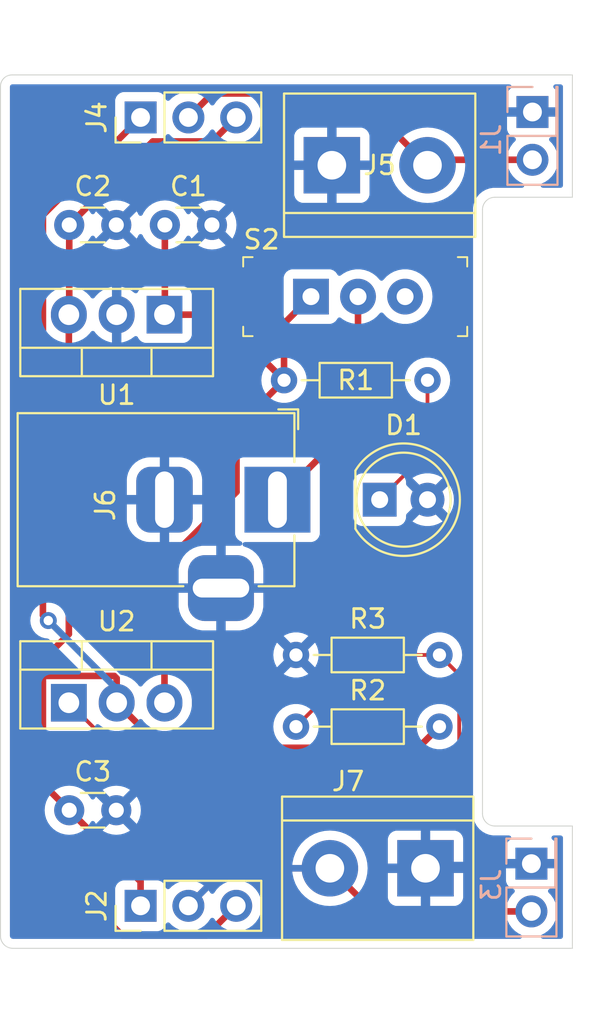
<source format=kicad_pcb>
(kicad_pcb (version 20240108) (generator "pcbnew") (generator_version "8.0")
  (layers (0 "F.Cu" signal) (31 "B.Cu" signal) (34 "B.Paste" user) (35 "F.Paste" user) (36 "B.SilkS" user "B.Silkscreen") (37 "F.SilkS" user "F.Silkscreen") (38 "B.Mask" user) (39 "F.Mask" user) (44 "Edge.Cuts" user))
  (net 0 "")
  (net 1 "/12V")
  (net 2 "GND")
  (net 3 "/5V")
  (net 4 "/3.3V")
  (net 5 "Net-(D1-K)")
  (net 6 "/PWR_input")
  (net 7 "Net-(U2-ADJ)")
  (net 9 "/PWR_output_top")
  (net 10 "/PWR_output_bot")
  (footprint "TerminalBlock:TerminalBlock_bornier-2_P5.08mm" (layer "F.Cu") (at 145.3093 92.62 180)
    (property "Reference" "J7" (at 4.109346 4.620007 0) (layer "F.SilkS"))
    (property "Value" "Screw_Terminal_01x02")
    (fp_line (start 7.62 3.81) (end 7.62 -3.81) (stroke (width 0.12)) (layer "F.SilkS"))
    (fp_line (start 7.62 2.54) (end -2.54 2.54) (stroke (width 0.12)) (layer "F.SilkS"))
    (fp_line (start 7.62 -3.81) (end -2.54 -3.81) (stroke (width 0.12)) (layer "F.SilkS"))
    (fp_line (start -2.54 3.81) (end 7.62 3.81) (stroke (width 0.12)) (layer "F.SilkS"))
    (fp_line (start -2.54 -3.81) (end -2.54 3.81) (stroke (width 0.12)) (layer "F.SilkS"))
    (pad "1" thru_hole rect (at 0 0 180) (size 3 3) (drill 1.52) (layers "*.Cu" "*.Mask" "In1.Cu" "In2.Cu" "In3.Cu" "In4.Cu" "In5.Cu" "In6.Cu" "In7.Cu" "In8.Cu" "In9.Cu" "In10.Cu" "In11.Cu" "In12.Cu" "In13.Cu" "In14.Cu" "In15.Cu" "In16.Cu" "In17.Cu" "In18.Cu" "In19.Cu" "In20.Cu" "In21.Cu" "In22.Cu" "In23.Cu" "In24.Cu" "In25.Cu" "In26.Cu" "In27.Cu" "In28.Cu" "In29.Cu" "In30.Cu") (net 2 "GND"))
    (pad "2" thru_hole circle (at 5.08 0 180) (size 3 3) (drill 1.52) (layers "*.Cu" "*.Mask" "In1.Cu" "In2.Cu" "In3.Cu" "In4.Cu" "In5.Cu" "In6.Cu" "In7.Cu" "In8.Cu" "In9.Cu" "In10.Cu" "In11.Cu" "In12.Cu" "In13.Cu" "In14.Cu" "In15.Cu" "In16.Cu" "In17.Cu" "In18.Cu" "In19.Cu" "In20.Cu" "In21.Cu" "In22.Cu" "In23.Cu" "In24.Cu" "In25.Cu" "In26.Cu" "In27.Cu" "In28.Cu" "In29.Cu" "In30.Cu") (net 10 "/PWR_output_bot"))
  )
  (footprint "Connector_PinHeader_2.54mm:PinHeader_1x03_P2.54mm_Vertical" (layer "F.Cu") (at 130.175 52.705 90)
    (property "Reference" "J4" (at 0 -2.33 90) (layer "F.SilkS"))
    (property "Value" "Conn_01x03_Pin")
    (fp_line (start -1.33 -1.33) (end 0 -1.33) (stroke (width 0.12)) (layer "F.SilkS"))
    (fp_line (start -1.33 0) (end -1.33 -1.33) (stroke (width 0.12)) (layer "F.SilkS"))
    (fp_line (start 1.33 1.27) (end 1.33 6.41) (stroke (width 0.12)) (layer "F.SilkS"))
    (fp_line (start -1.33 1.27) (end 1.33 1.27) (stroke (width 0.12)) (layer "F.SilkS"))
    (fp_line (start -1.33 1.27) (end -1.33 6.41) (stroke (width 0.12)) (layer "F.SilkS"))
    (fp_line (start -1.33 6.41) (end 1.33 6.41) (stroke (width 0.12)) (layer "F.SilkS"))
    (pad "1" thru_hole rect (at 0 0 90) (size 1.7 1.7) (drill 1) (layers "*.Cu" "*.Mask" "In1.Cu" "In2.Cu" "In3.Cu" "In4.Cu" "In5.Cu" "In6.Cu" "In7.Cu" "In8.Cu" "In9.Cu" "In10.Cu" "In11.Cu" "In12.Cu" "In13.Cu" "In14.Cu" "In15.Cu" "In16.Cu" "In17.Cu" "In18.Cu" "In19.Cu" "In20.Cu" "In21.Cu" "In22.Cu" "In23.Cu" "In24.Cu" "In25.Cu" "In26.Cu" "In27.Cu" "In28.Cu" "In29.Cu" "In30.Cu") (net 4 "/3.3V"))
    (pad "2" thru_hole oval (at 0 2.54 90) (size 1.7 1.7) (drill 1) (layers "*.Cu" "*.Mask" "In1.Cu" "In2.Cu" "In3.Cu" "In4.Cu" "In5.Cu" "In6.Cu" "In7.Cu" "In8.Cu" "In9.Cu" "In10.Cu" "In11.Cu" "In12.Cu" "In13.Cu" "In14.Cu" "In15.Cu" "In16.Cu" "In17.Cu" "In18.Cu" "In19.Cu" "In20.Cu" "In21.Cu" "In22.Cu" "In23.Cu" "In24.Cu" "In25.Cu" "In26.Cu" "In27.Cu" "In28.Cu" "In29.Cu" "In30.Cu") (net 9 "/PWR_output_top"))
    (pad "3" thru_hole oval (at 0 5.08 90) (size 1.7 1.7) (drill 1) (layers "*.Cu" "*.Mask" "In1.Cu" "In2.Cu" "In3.Cu" "In4.Cu" "In5.Cu" "In6.Cu" "In7.Cu" "In8.Cu" "In9.Cu" "In10.Cu" "In11.Cu" "In12.Cu" "In13.Cu" "In14.Cu" "In15.Cu" "In16.Cu" "In17.Cu" "In18.Cu" "In19.Cu" "In20.Cu" "In21.Cu" "In22.Cu" "In23.Cu" "In24.Cu" "In25.Cu" "In26.Cu" "In27.Cu" "In28.Cu" "In29.Cu" "In30.Cu") (net 3 "/5V"))
  )
  (footprint "TerminalBlock:TerminalBlock_bornier-2_P5.08mm" (layer "F.Cu") (at 140.335 55.245)
    (property "Reference" "J5" (at 2.54 0 0) (layer "F.SilkS"))
    (property "Value" "Screw_Terminal_01x02")
    (fp_line (start -2.54 -3.81) (end -2.54 3.81) (stroke (width 0.12)) (layer "F.SilkS"))
    (fp_line (start -2.54 3.81) (end 7.62 3.81) (stroke (width 0.12)) (layer "F.SilkS"))
    (fp_line (start 7.62 -3.81) (end -2.54 -3.81) (stroke (width 0.12)) (layer "F.SilkS"))
    (fp_line (start 7.62 2.54) (end -2.54 2.54) (stroke (width 0.12)) (layer "F.SilkS"))
    (fp_line (start 7.62 3.81) (end 7.62 -3.81) (stroke (width 0.12)) (layer "F.SilkS"))
    (pad "1" thru_hole rect (at 0 0) (size 3 3) (drill 1.52) (layers "*.Cu" "*.Mask" "In1.Cu" "In2.Cu" "In3.Cu" "In4.Cu" "In5.Cu" "In6.Cu" "In7.Cu" "In8.Cu" "In9.Cu" "In10.Cu" "In11.Cu" "In12.Cu" "In13.Cu" "In14.Cu" "In15.Cu" "In16.Cu" "In17.Cu" "In18.Cu" "In19.Cu" "In20.Cu" "In21.Cu" "In22.Cu" "In23.Cu" "In24.Cu" "In25.Cu" "In26.Cu" "In27.Cu" "In28.Cu" "In29.Cu" "In30.Cu") (net 2 "GND"))
    (pad "2" thru_hole circle (at 5.08 0) (size 3 3) (drill 1.52) (layers "*.Cu" "*.Mask" "In1.Cu" "In2.Cu" "In3.Cu" "In4.Cu" "In5.Cu" "In6.Cu" "In7.Cu" "In8.Cu" "In9.Cu" "In10.Cu" "In11.Cu" "In12.Cu" "In13.Cu" "In14.Cu" "In15.Cu" "In16.Cu" "In17.Cu" "In18.Cu" "In19.Cu" "In20.Cu" "In21.Cu" "In22.Cu" "In23.Cu" "In24.Cu" "In25.Cu" "In26.Cu" "In27.Cu" "In28.Cu" "In29.Cu" "In30.Cu") (net 9 "/PWR_output_top"))
  )
  (footprint "Capacitor_THT:C_Disc_D3.0mm_W1.6mm_P2.50mm" (layer "F.Cu") (at 126.385 58.42)
    (property "Reference" "C2" (at 1.25 -2.05 0) (layer "F.SilkS"))
    (property "Value" "0.1u")
    (fp_line (start 0.621 -0.92) (end 1.879 -0.92) (stroke (width 0.12)) (layer "F.SilkS"))
    (fp_line (start 0.621 0.92) (end 1.879 0.92) (stroke (width 0.12)) (layer "F.SilkS"))
    (pad "1" thru_hole circle (at 0 0) (size 1.6 1.6) (drill 0.8) (layers "*.Cu" "*.Mask" "In1.Cu" "In2.Cu" "In3.Cu" "In4.Cu" "In5.Cu" "In6.Cu" "In7.Cu" "In8.Cu" "In9.Cu" "In10.Cu" "In11.Cu" "In12.Cu" "In13.Cu" "In14.Cu" "In15.Cu" "In16.Cu" "In17.Cu" "In18.Cu" "In19.Cu" "In20.Cu" "In21.Cu" "In22.Cu" "In23.Cu" "In24.Cu" "In25.Cu" "In26.Cu" "In27.Cu" "In28.Cu" "In29.Cu" "In30.Cu") (net 3 "/5V"))
    (pad "2" thru_hole circle (at 2.5 0) (size 1.6 1.6) (drill 0.8) (layers "*.Cu" "*.Mask" "In1.Cu" "In2.Cu" "In3.Cu" "In4.Cu" "In5.Cu" "In6.Cu" "In7.Cu" "In8.Cu" "In9.Cu" "In10.Cu" "In11.Cu" "In12.Cu" "In13.Cu" "In14.Cu" "In15.Cu" "In16.Cu" "In17.Cu" "In18.Cu" "In19.Cu" "In20.Cu" "In21.Cu" "In22.Cu" "In23.Cu" "In24.Cu" "In25.Cu" "In26.Cu" "In27.Cu" "In28.Cu" "In29.Cu" "In30.Cu") (net 2 "GND"))
  )
  (footprint "Connector_BarrelJack:BarrelJack_Horizontal" (layer "F.Cu") (at 137.445 73.025)
    (property "Reference" "J6" (at -9.145 0.275 90) (layer "F.SilkS"))
    (property "Value" "Barrel_Jack_Switch")
    (fp_line (start -13.8 -4.6) (end 0.9 -4.6) (stroke (width 0.12)) (layer "F.SilkS"))
    (fp_line (start -13.8 4.6) (end -13.8 -4.6) (stroke (width 0.12)) (layer "F.SilkS"))
    (fp_line (start -5 4.6) (end -13.8 4.6) (stroke (width 0.12)) (layer "F.SilkS"))
    (fp_line (start 0.05 -4.8) (end 1.1 -4.8) (stroke (width 0.12)) (layer "F.SilkS"))
    (fp_line (start 0.9 -4.6) (end 0.9 -2) (stroke (width 0.12)) (layer "F.SilkS"))
    (fp_line (start 0.9 1.9) (end 0.9 4.6) (stroke (width 0.12)) (layer "F.SilkS"))
    (fp_line (start 0.9 4.6) (end -1 4.6) (stroke (width 0.12)) (layer "F.SilkS"))
    (fp_line (start 1.1 -3.75) (end 1.1 -4.8) (stroke (width 0.12)) (layer "F.SilkS"))
    (pad "1" thru_hole rect (at 0 0) (size 3.5 3.5) (drill oval 1 3) (layers "*.Cu" "*.Mask" "In1.Cu" "In2.Cu" "In3.Cu" "In4.Cu" "In5.Cu" "In6.Cu" "In7.Cu" "In8.Cu" "In9.Cu" "In10.Cu" "In11.Cu" "In12.Cu" "In13.Cu" "In14.Cu" "In15.Cu" "In16.Cu" "In17.Cu" "In18.Cu" "In19.Cu" "In20.Cu" "In21.Cu" "In22.Cu" "In23.Cu" "In24.Cu" "In25.Cu" "In26.Cu" "In27.Cu" "In28.Cu" "In29.Cu" "In30.Cu") (net 6 "/PWR_input"))
    (pad "2" thru_hole roundrect (at -6 0) (size 3 3.5) (drill oval 1 3) (layers "*.Cu" "*.Mask" "In1.Cu" "In2.Cu" "In3.Cu" "In4.Cu" "In5.Cu" "In6.Cu" "In7.Cu" "In8.Cu" "In9.Cu" "In10.Cu" "In11.Cu" "In12.Cu" "In13.Cu" "In14.Cu" "In15.Cu" "In16.Cu" "In17.Cu" "In18.Cu" "In19.Cu" "In20.Cu" "In21.Cu" "In22.Cu" "In23.Cu" "In24.Cu" "In25.Cu" "In26.Cu" "In27.Cu" "In28.Cu" "In29.Cu" "In30.Cu") (net 2 "GND"))
    (pad "3" thru_hole roundrect (at -3 4.7) (size 3.5 3.5) (drill oval 3 1) (layers "*.Cu" "*.Mask" "In1.Cu" "In2.Cu" "In3.Cu" "In4.Cu" "In5.Cu" "In6.Cu" "In7.Cu" "In8.Cu" "In9.Cu" "In10.Cu" "In11.Cu" "In12.Cu" "In13.Cu" "In14.Cu" "In15.Cu" "In16.Cu" "In17.Cu" "In18.Cu" "In19.Cu" "In20.Cu" "In21.Cu" "In22.Cu" "In23.Cu" "In24.Cu" "In25.Cu" "In26.Cu" "In27.Cu" "In28.Cu" "In29.Cu" "In30.Cu") (net 2 "GND"))
  )
  (footprint "Capacitor_THT:C_Disc_D3.0mm_W1.6mm_P2.50mm" (layer "F.Cu") (at 126.385 89.535)
    (property "Reference" "C3" (at 1.25 -2.05 0) (layer "F.SilkS"))
    (property "Value" "1u")
    (fp_line (start 0.621 -0.92) (end 1.879 -0.92) (stroke (width 0.12)) (layer "F.SilkS"))
    (fp_line (start 0.621 0.92) (end 1.879 0.92) (stroke (width 0.12)) (layer "F.SilkS"))
    (pad "1" thru_hole circle (at 0 0) (size 1.6 1.6) (drill 0.8) (layers "*.Cu" "*.Mask" "In1.Cu" "In2.Cu" "In3.Cu" "In4.Cu" "In5.Cu" "In6.Cu" "In7.Cu" "In8.Cu" "In9.Cu" "In10.Cu" "In11.Cu" "In12.Cu" "In13.Cu" "In14.Cu" "In15.Cu" "In16.Cu" "In17.Cu" "In18.Cu" "In19.Cu" "In20.Cu" "In21.Cu" "In22.Cu" "In23.Cu" "In24.Cu" "In25.Cu" "In26.Cu" "In27.Cu" "In28.Cu" "In29.Cu" "In30.Cu") (net 4 "/3.3V"))
    (pad "2" thru_hole circle (at 2.5 0) (size 1.6 1.6) (drill 0.8) (layers "*.Cu" "*.Mask" "In1.Cu" "In2.Cu" "In3.Cu" "In4.Cu" "In5.Cu" "In6.Cu" "In7.Cu" "In8.Cu" "In9.Cu" "In10.Cu" "In11.Cu" "In12.Cu" "In13.Cu" "In14.Cu" "In15.Cu" "In16.Cu" "In17.Cu" "In18.Cu" "In19.Cu" "In20.Cu" "In21.Cu" "In22.Cu" "In23.Cu" "In24.Cu" "In25.Cu" "In26.Cu" "In27.Cu" "In28.Cu" "In29.Cu" "In30.Cu") (net 2 "GND"))
  )
  (footprint "LED_THT:LED_D5.0mm" (layer "F.Cu") (at 142.875 73.025)
    (property "Reference" "D1" (at 1.27 -3.96 0) (layer "F.SilkS"))
    (property "Value" "LED")
    (fp_line (start -1.29 -1.545) (end -1.29 1.545) (stroke (width 0.12)) (layer "F.SilkS"))
    (fp_arc (start -1.29 -1.54483) (mid 2.072002 -2.880433) (end 4.26 0.000462) (stroke (width 0.12)) (layer "F.SilkS"))
    (fp_arc (start 4.26 -0.000462) (mid 2.072002 2.880433) (end -1.29 1.54483) (stroke (width 0.12)) (layer "F.SilkS"))
    (fp_circle (center 1.27 0) (end 3.77 0) (stroke (width 0.12)) (fill none) (layer "F.SilkS"))
    (pad "1" thru_hole rect (at 0 0) (size 1.8 1.8) (drill 0.9) (layers "*.Cu" "*.Mask" "In1.Cu" "In2.Cu" "In3.Cu" "In4.Cu" "In5.Cu" "In6.Cu" "In7.Cu" "In8.Cu" "In9.Cu" "In10.Cu" "In11.Cu" "In12.Cu" "In13.Cu" "In14.Cu" "In15.Cu" "In16.Cu" "In17.Cu" "In18.Cu" "In19.Cu" "In20.Cu" "In21.Cu" "In22.Cu" "In23.Cu" "In24.Cu" "In25.Cu" "In26.Cu" "In27.Cu" "In28.Cu" "In29.Cu" "In30.Cu") (net 5 "Net-(D1-K)"))
    (pad "2" thru_hole circle (at 2.54 0) (size 1.8 1.8) (drill 0.9) (layers "*.Cu" "*.Mask" "In1.Cu" "In2.Cu" "In3.Cu" "In4.Cu" "In5.Cu" "In6.Cu" "In7.Cu" "In8.Cu" "In9.Cu" "In10.Cu" "In11.Cu" "In12.Cu" "In13.Cu" "In14.Cu" "In15.Cu" "In16.Cu" "In17.Cu" "In18.Cu" "In19.Cu" "In20.Cu" "In21.Cu" "In22.Cu" "In23.Cu" "In24.Cu" "In25.Cu" "In26.Cu" "In27.Cu" "In28.Cu" "In29.Cu" "In30.Cu") (net 2 "GND"))
  )
  (footprint "Capacitor_THT:C_Disc_D3.0mm_W1.6mm_P2.50mm" (layer "F.Cu") (at 131.465 58.42)
    (property "Reference" "C1" (at 1.25 -2.05 0) (layer "F.SilkS"))
    (property "Value" "10u")
    (fp_line (start 0.621 -0.92) (end 1.879 -0.92) (stroke (width 0.12)) (layer "F.SilkS"))
    (fp_line (start 0.621 0.92) (end 1.879 0.92) (stroke (width 0.12)) (layer "F.SilkS"))
    (pad "1" thru_hole circle (at 0 0) (size 1.6 1.6) (drill 0.8) (layers "*.Cu" "*.Mask" "In1.Cu" "In2.Cu" "In3.Cu" "In4.Cu" "In5.Cu" "In6.Cu" "In7.Cu" "In8.Cu" "In9.Cu" "In10.Cu" "In11.Cu" "In12.Cu" "In13.Cu" "In14.Cu" "In15.Cu" "In16.Cu" "In17.Cu" "In18.Cu" "In19.Cu" "In20.Cu" "In21.Cu" "In22.Cu" "In23.Cu" "In24.Cu" "In25.Cu" "In26.Cu" "In27.Cu" "In28.Cu" "In29.Cu" "In30.Cu") (net 1 "/12V"))
    (pad "2" thru_hole circle (at 2.5 0) (size 1.6 1.6) (drill 0.8) (layers "*.Cu" "*.Mask" "In1.Cu" "In2.Cu" "In3.Cu" "In4.Cu" "In5.Cu" "In6.Cu" "In7.Cu" "In8.Cu" "In9.Cu" "In10.Cu" "In11.Cu" "In12.Cu" "In13.Cu" "In14.Cu" "In15.Cu" "In16.Cu" "In17.Cu" "In18.Cu" "In19.Cu" "In20.Cu" "In21.Cu" "In22.Cu" "In23.Cu" "In24.Cu" "In25.Cu" "In26.Cu" "In27.Cu" "In28.Cu" "In29.Cu" "In30.Cu") (net 2 "GND"))
  )
  (footprint "Connector_PinHeader_2.54mm:PinHeader_1x03_P2.54mm_Vertical" (layer "F.Cu") (at 130.175 94.615 90)
    (property "Reference" "J2" (at 0 -2.33 90) (layer "F.SilkS"))
    (property "Value" "Conn_01x03_Pin")
    (fp_line (start -1.33 -1.33) (end 0 -1.33) (stroke (width 0.12)) (layer "F.SilkS"))
    (fp_line (start -1.33 0) (end -1.33 -1.33) (stroke (width 0.12)) (layer "F.SilkS"))
    (fp_line (start 1.33 1.27) (end 1.33 6.41) (stroke (width 0.12)) (layer "F.SilkS"))
    (fp_line (start -1.33 1.27) (end 1.33 1.27) (stroke (width 0.12)) (layer "F.SilkS"))
    (fp_line (start -1.33 1.27) (end -1.33 6.41) (stroke (width 0.12)) (layer "F.SilkS"))
    (fp_line (start -1.33 6.41) (end 1.33 6.41) (stroke (width 0.12)) (layer "F.SilkS"))
    (pad "1" thru_hole rect (at 0 0 90) (size 1.7 1.7) (drill 1) (layers "*.Cu" "*.Mask" "In1.Cu" "In2.Cu" "In3.Cu" "In4.Cu" "In5.Cu" "In6.Cu" "In7.Cu" "In8.Cu" "In9.Cu" "In10.Cu" "In11.Cu" "In12.Cu" "In13.Cu" "In14.Cu" "In15.Cu" "In16.Cu" "In17.Cu" "In18.Cu" "In19.Cu" "In20.Cu" "In21.Cu" "In22.Cu" "In23.Cu" "In24.Cu" "In25.Cu" "In26.Cu" "In27.Cu" "In28.Cu" "In29.Cu" "In30.Cu") (net 4 "/3.3V"))
    (pad "2" thru_hole oval (at 0 2.54 90) (size 1.7 1.7) (drill 1) (layers "*.Cu" "*.Mask" "In1.Cu" "In2.Cu" "In3.Cu" "In4.Cu" "In5.Cu" "In6.Cu" "In7.Cu" "In8.Cu" "In9.Cu" "In10.Cu" "In11.Cu" "In12.Cu" "In13.Cu" "In14.Cu" "In15.Cu" "In16.Cu" "In17.Cu" "In18.Cu" "In19.Cu" "In20.Cu" "In21.Cu" "In22.Cu" "In23.Cu" "In24.Cu" "In25.Cu" "In26.Cu" "In27.Cu" "In28.Cu" "In29.Cu" "In30.Cu") (net 10 "/PWR_output_bot"))
    (pad "3" thru_hole oval (at 0 5.08 90) (size 1.7 1.7) (drill 1) (layers "*.Cu" "*.Mask" "In1.Cu" "In2.Cu" "In3.Cu" "In4.Cu" "In5.Cu" "In6.Cu" "In7.Cu" "In8.Cu" "In9.Cu" "In10.Cu" "In11.Cu" "In12.Cu" "In13.Cu" "In14.Cu" "In15.Cu" "In16.Cu" "In17.Cu" "In18.Cu" "In19.Cu" "In20.Cu" "In21.Cu" "In22.Cu" "In23.Cu" "In24.Cu" "In25.Cu" "In26.Cu" "In27.Cu" "In28.Cu" "In29.Cu" "In30.Cu") (net 3 "/5V"))
  )
  (footprint "Resistor_THT:R_Axial_DIN0204_L3.6mm_D1.6mm_P7.62mm_Horizontal" (layer "F.Cu") (at 138.43 81.28)
    (property "Reference" "R3" (at 3.81 -1.92 0) (layer "F.SilkS"))
    (property "Value" "560")
    (fp_line (start 0.94 0) (end 1.89 0) (stroke (width 0.12)) (layer "F.SilkS"))
    (fp_line (start 1.89 -0.92) (end 1.89 0.92) (stroke (width 0.12)) (layer "F.SilkS"))
    (fp_line (start 1.89 0.92) (end 5.73 0.92) (stroke (width 0.12)) (layer "F.SilkS"))
    (fp_line (start 5.73 -0.92) (end 1.89 -0.92) (stroke (width 0.12)) (layer "F.SilkS"))
    (fp_line (start 5.73 0.92) (end 5.73 -0.92) (stroke (width 0.12)) (layer "F.SilkS"))
    (fp_line (start 6.68 0) (end 5.73 0) (stroke (width 0.12)) (layer "F.SilkS"))
    (pad "1" thru_hole circle (at 0 0) (size 1.4 1.4) (drill 0.7) (layers "*.Cu" "*.Mask" "In1.Cu" "In2.Cu" "In3.Cu" "In4.Cu" "In5.Cu" "In6.Cu" "In7.Cu" "In8.Cu" "In9.Cu" "In10.Cu" "In11.Cu" "In12.Cu" "In13.Cu" "In14.Cu" "In15.Cu" "In16.Cu" "In17.Cu" "In18.Cu" "In19.Cu" "In20.Cu" "In21.Cu" "In22.Cu" "In23.Cu" "In24.Cu" "In25.Cu" "In26.Cu" "In27.Cu" "In28.Cu" "In29.Cu" "In30.Cu") (net 2 "GND"))
    (pad "2" thru_hole oval (at 7.62 0) (size 1.4 1.4) (drill 0.7) (layers "*.Cu" "*.Mask" "In1.Cu" "In2.Cu" "In3.Cu" "In4.Cu" "In5.Cu" "In6.Cu" "In7.Cu" "In8.Cu" "In9.Cu" "In10.Cu" "In11.Cu" "In12.Cu" "In13.Cu" "In14.Cu" "In15.Cu" "In16.Cu" "In17.Cu" "In18.Cu" "In19.Cu" "In20.Cu" "In21.Cu" "In22.Cu" "In23.Cu" "In24.Cu" "In25.Cu" "In26.Cu" "In27.Cu" "In28.Cu" "In29.Cu" "In30.Cu") (net 7 "Net-(U2-ADJ)"))
  )
  (footprint "Resistor_THT:R_Axial_DIN0204_L3.6mm_D1.6mm_P7.62mm_Horizontal" (layer "F.Cu") (at 137.795 66.675)
    (property "Reference" "R1" (at 3.81 0 0) (layer "F.SilkS"))
    (property "Value" "330")
    (fp_line (start 0.94 0) (end 1.89 0) (stroke (width 0.12)) (layer "F.SilkS"))
    (fp_line (start 1.89 -0.92) (end 1.89 0.92) (stroke (width 0.12)) (layer "F.SilkS"))
    (fp_line (start 1.89 0.92) (end 5.73 0.92) (stroke (width 0.12)) (layer "F.SilkS"))
    (fp_line (start 5.73 -0.92) (end 1.89 -0.92) (stroke (width 0.12)) (layer "F.SilkS"))
    (fp_line (start 5.73 0.92) (end 5.73 -0.92) (stroke (width 0.12)) (layer "F.SilkS"))
    (fp_line (start 6.68 0) (end 5.73 0) (stroke (width 0.12)) (layer "F.SilkS"))
    (pad "1" thru_hole circle (at 0 0) (size 1.4 1.4) (drill 0.7) (layers "*.Cu" "*.Mask" "In1.Cu" "In2.Cu" "In3.Cu" "In4.Cu" "In5.Cu" "In6.Cu" "In7.Cu" "In8.Cu" "In9.Cu" "In10.Cu" "In11.Cu" "In12.Cu" "In13.Cu" "In14.Cu" "In15.Cu" "In16.Cu" "In17.Cu" "In18.Cu" "In19.Cu" "In20.Cu" "In21.Cu" "In22.Cu" "In23.Cu" "In24.Cu" "In25.Cu" "In26.Cu" "In27.Cu" "In28.Cu" "In29.Cu" "In30.Cu") (net 1 "/12V"))
    (pad "2" thru_hole oval (at 7.62 0) (size 1.4 1.4) (drill 0.7) (layers "*.Cu" "*.Mask" "In1.Cu" "In2.Cu" "In3.Cu" "In4.Cu" "In5.Cu" "In6.Cu" "In7.Cu" "In8.Cu" "In9.Cu" "In10.Cu" "In11.Cu" "In12.Cu" "In13.Cu" "In14.Cu" "In15.Cu" "In16.Cu" "In17.Cu" "In18.Cu" "In19.Cu" "In20.Cu" "In21.Cu" "In22.Cu" "In23.Cu" "In24.Cu" "In25.Cu" "In26.Cu" "In27.Cu" "In28.Cu" "In29.Cu" "In30.Cu") (net 5 "Net-(D1-K)"))
  )
  (footprint "Resistor_THT:R_Axial_DIN0204_L3.6mm_D1.6mm_P7.62mm_Horizontal" (layer "F.Cu") (at 138.43 85.09)
    (property "Reference" "R2" (at 3.81 -1.92 0) (layer "F.SilkS"))
    (property "Value" "330")
    (fp_line (start 0.94 0) (end 1.89 0) (stroke (width 0.12)) (layer "F.SilkS"))
    (fp_line (start 1.89 -0.92) (end 1.89 0.92) (stroke (width 0.12)) (layer "F.SilkS"))
    (fp_line (start 1.89 0.92) (end 5.73 0.92) (stroke (width 0.12)) (layer "F.SilkS"))
    (fp_line (start 5.73 -0.92) (end 1.89 -0.92) (stroke (width 0.12)) (layer "F.SilkS"))
    (fp_line (start 5.73 0.92) (end 5.73 -0.92) (stroke (width 0.12)) (layer "F.SilkS"))
    (fp_line (start 6.68 0) (end 5.73 0) (stroke (width 0.12)) (layer "F.SilkS"))
    (pad "1" thru_hole circle (at 0 0) (size 1.4 1.4) (drill 0.7) (layers "*.Cu" "*.Mask" "In1.Cu" "In2.Cu" "In3.Cu" "In4.Cu" "In5.Cu" "In6.Cu" "In7.Cu" "In8.Cu" "In9.Cu" "In10.Cu" "In11.Cu" "In12.Cu" "In13.Cu" "In14.Cu" "In15.Cu" "In16.Cu" "In17.Cu" "In18.Cu" "In19.Cu" "In20.Cu" "In21.Cu" "In22.Cu" "In23.Cu" "In24.Cu" "In25.Cu" "In26.Cu" "In27.Cu" "In28.Cu" "In29.Cu" "In30.Cu") (net 7 "Net-(U2-ADJ)"))
    (pad "2" thru_hole oval (at 7.62 0) (size 1.4 1.4) (drill 0.7) (layers "*.Cu" "*.Mask" "In1.Cu" "In2.Cu" "In3.Cu" "In4.Cu" "In5.Cu" "In6.Cu" "In7.Cu" "In8.Cu" "In9.Cu" "In10.Cu" "In11.Cu" "In12.Cu" "In13.Cu" "In14.Cu" "In15.Cu" "In16.Cu" "In17.Cu" "In18.Cu" "In19.Cu" "In20.Cu" "In21.Cu" "In22.Cu" "In23.Cu" "In24.Cu" "In25.Cu" "In26.Cu" "In27.Cu" "In28.Cu" "In29.Cu" "In30.Cu") (net 4 "/3.3V"))
  )
  (footprint "Package_TO_SOT_THT:TO-220-3_Vertical" (layer "F.Cu") (at 126.365 83.82)
    (property "Reference" "U2" (at 2.535 -4.32 180) (layer "F.SilkS"))
    (property "Value" "LM317_TO-220")
    (fp_line (start -2.58 -3.27) (end -2.58 1.371) (stroke (width 0.12)) (layer "F.SilkS"))
    (fp_line (start -2.58 -3.27) (end 7.66 -3.27) (stroke (width 0.12)) (layer "F.SilkS"))
    (fp_line (start -2.58 -1.76) (end 7.66 -1.76) (stroke (width 0.12)) (layer "F.SilkS"))
    (fp_line (start -2.58 1.371) (end 7.66 1.371) (stroke (width 0.12)) (layer "F.SilkS"))
    (fp_line (start 0.69 -3.27) (end 0.69 -1.76) (stroke (width 0.12)) (layer "F.SilkS"))
    (fp_line (start 4.391 -3.27) (end 4.391 -1.76) (stroke (width 0.12)) (layer "F.SilkS"))
    (fp_line (start 7.66 -3.27) (end 7.66 1.371) (stroke (width 0.12)) (layer "F.SilkS"))
    (pad "1" thru_hole rect (at 0 0) (size 1.905 2) (drill 1.1) (layers "*.Cu" "*.Mask" "In1.Cu" "In2.Cu" "In3.Cu" "In4.Cu" "In5.Cu" "In6.Cu" "In7.Cu" "In8.Cu" "In9.Cu" "In10.Cu" "In11.Cu" "In12.Cu" "In13.Cu" "In14.Cu" "In15.Cu" "In16.Cu" "In17.Cu" "In18.Cu" "In19.Cu" "In20.Cu" "In21.Cu" "In22.Cu" "In23.Cu" "In24.Cu" "In25.Cu" "In26.Cu" "In27.Cu" "In28.Cu" "In29.Cu" "In30.Cu") (net 7 "Net-(U2-ADJ)"))
    (pad "2" thru_hole oval (at 2.54 0) (size 1.905 2) (drill 1.1) (layers "*.Cu" "*.Mask" "In1.Cu" "In2.Cu" "In3.Cu" "In4.Cu" "In5.Cu" "In6.Cu" "In7.Cu" "In8.Cu" "In9.Cu" "In10.Cu" "In11.Cu" "In12.Cu" "In13.Cu" "In14.Cu" "In15.Cu" "In16.Cu" "In17.Cu" "In18.Cu" "In19.Cu" "In20.Cu" "In21.Cu" "In22.Cu" "In23.Cu" "In24.Cu" "In25.Cu" "In26.Cu" "In27.Cu" "In28.Cu" "In29.Cu" "In30.Cu") (net 4 "/3.3V"))
    (pad "3" thru_hole oval (at 5.08 0) (size 1.905 2) (drill 1.1) (layers "*.Cu" "*.Mask" "In1.Cu" "In2.Cu" "In3.Cu" "In4.Cu" "In5.Cu" "In6.Cu" "In7.Cu" "In8.Cu" "In9.Cu" "In10.Cu" "In11.Cu" "In12.Cu" "In13.Cu" "In14.Cu" "In15.Cu" "In16.Cu" "In17.Cu" "In18.Cu" "In19.Cu" "In20.Cu" "In21.Cu" "In22.Cu" "In23.Cu" "In24.Cu" "In25.Cu" "In26.Cu" "In27.Cu" "In28.Cu" "In29.Cu" "In30.Cu") (net 1 "/12V"))
  )
  (footprint "digikey-footprints:Switch_Slide_11.6x4mm_EG1218" (layer "F.Cu") (at 139.225 62.23)
    (property "Reference" "S2" (at -2.625 -3.03 0) (layer "F.SilkS"))
    (property "Value" "EG1218")
    (fp_line (start -3.6 -2.1) (end -3.6 -1.6) (stroke (width 0.1)) (layer "F.SilkS"))
    (fp_line (start -3.6 -2.1) (end -3.1 -2.1) (stroke (width 0.1)) (layer "F.SilkS"))
    (fp_line (start -3.6 2.1) (end -3.6 1.6) (stroke (width 0.1)) (layer "F.SilkS"))
    (fp_line (start -3.6 2.1) (end -3.1 2.1) (stroke (width 0.1)) (layer "F.SilkS"))
    (fp_line (start 8.3 -2.1) (end 7.8 -2.1) (stroke (width 0.1)) (layer "F.SilkS"))
    (fp_line (start 8.3 -2.1) (end 8.3 -1.6) (stroke (width 0.1)) (layer "F.SilkS"))
    (fp_line (start 8.3 2.1) (end 7.8 2.1) (stroke (width 0.1)) (layer "F.SilkS"))
    (fp_line (start 8.3 2.1) (end 8.3 1.6) (stroke (width 0.1)) (layer "F.SilkS"))
    (pad "1" thru_hole rect (at 0 0) (size 1.9 1.9) (drill 0.9) (layers "*.Cu" "*.Mask" "In1.Cu" "In2.Cu" "In3.Cu" "In4.Cu" "In5.Cu" "In6.Cu" "In7.Cu" "In8.Cu" "In9.Cu" "In10.Cu" "In11.Cu" "In12.Cu" "In13.Cu" "In14.Cu" "In15.Cu" "In16.Cu" "In17.Cu" "In18.Cu" "In19.Cu" "In20.Cu" "In21.Cu" "In22.Cu" "In23.Cu" "In24.Cu" "In25.Cu" "In26.Cu" "In27.Cu" "In28.Cu" "In29.Cu" "In30.Cu") (net 1 "/12V"))
    (pad "2" thru_hole circle (at 2.5 0) (size 1.9 1.9) (drill 0.9) (layers "*.Cu" "*.Mask" "In1.Cu" "In2.Cu" "In3.Cu" "In4.Cu" "In5.Cu" "In6.Cu" "In7.Cu" "In8.Cu" "In9.Cu" "In10.Cu" "In11.Cu" "In12.Cu" "In13.Cu" "In14.Cu" "In15.Cu" "In16.Cu" "In17.Cu" "In18.Cu" "In19.Cu" "In20.Cu" "In21.Cu" "In22.Cu" "In23.Cu" "In24.Cu" "In25.Cu" "In26.Cu" "In27.Cu" "In28.Cu" "In29.Cu" "In30.Cu") (net 6 "/PWR_input"))
    (pad "3" thru_hole circle (at 5 0) (size 1.9 1.9) (drill 0.9) (layers "*.Cu" "*.Mask" "In1.Cu" "In2.Cu" "In3.Cu" "In4.Cu" "In5.Cu" "In6.Cu" "In7.Cu" "In8.Cu" "In9.Cu" "In10.Cu" "In11.Cu" "In12.Cu" "In13.Cu" "In14.Cu" "In15.Cu" "In16.Cu" "In17.Cu" "In18.Cu" "In19.Cu" "In20.Cu" "In21.Cu" "In22.Cu" "In23.Cu" "In24.Cu" "In25.Cu" "In26.Cu" "In27.Cu" "In28.Cu" "In29.Cu" "In30.Cu"))
  )
  (footprint "Package_TO_SOT_THT:TO-220-3_Vertical" (layer "F.Cu") (at 131.445 63.19 180)
    (property "Reference" "U1" (at 2.54 -4.27 0) (layer "F.SilkS"))
    (property "Value" "LM7805_TO220")
    (fp_line (start 7.66 -3.27) (end 7.66 1.371) (stroke (width 0.12)) (layer "F.SilkS"))
    (fp_line (start 4.391 -3.27) (end 4.391 -1.76) (stroke (width 0.12)) (layer "F.SilkS"))
    (fp_line (start 0.69 -3.27) (end 0.69 -1.76) (stroke (width 0.12)) (layer "F.SilkS"))
    (fp_line (start -2.58 1.371) (end 7.66 1.371) (stroke (width 0.12)) (layer "F.SilkS"))
    (fp_line (start -2.58 -1.76) (end 7.66 -1.76) (stroke (width 0.12)) (layer "F.SilkS"))
    (fp_line (start -2.58 -3.27) (end 7.66 -3.27) (stroke (width 0.12)) (layer "F.SilkS"))
    (fp_line (start -2.58 -3.27) (end -2.58 1.371) (stroke (width 0.12)) (layer "F.SilkS"))
    (pad "1" thru_hole rect (at 0 0 180) (size 1.905 2) (drill 1.1) (layers "*.Cu" "*.Mask" "In1.Cu" "In2.Cu" "In3.Cu" "In4.Cu" "In5.Cu" "In6.Cu" "In7.Cu" "In8.Cu" "In9.Cu" "In10.Cu" "In11.Cu" "In12.Cu" "In13.Cu" "In14.Cu" "In15.Cu" "In16.Cu" "In17.Cu" "In18.Cu" "In19.Cu" "In20.Cu" "In21.Cu" "In22.Cu" "In23.Cu" "In24.Cu" "In25.Cu" "In26.Cu" "In27.Cu" "In28.Cu" "In29.Cu" "In30.Cu") (net 1 "/12V"))
    (pad "2" thru_hole oval (at 2.54 0 180) (size 1.905 2) (drill 1.1) (layers "*.Cu" "*.Mask" "In1.Cu" "In2.Cu" "In3.Cu" "In4.Cu" "In5.Cu" "In6.Cu" "In7.Cu" "In8.Cu" "In9.Cu" "In10.Cu" "In11.Cu" "In12.Cu" "In13.Cu" "In14.Cu" "In15.Cu" "In16.Cu" "In17.Cu" "In18.Cu" "In19.Cu" "In20.Cu" "In21.Cu" "In22.Cu" "In23.Cu" "In24.Cu" "In25.Cu" "In26.Cu" "In27.Cu" "In28.Cu" "In29.Cu" "In30.Cu") (net 2 "GND"))
    (pad "3" thru_hole oval (at 5.08 0 180) (size 1.905 2) (drill 1.1) (layers "*.Cu" "*.Mask" "In1.Cu" "In2.Cu" "In3.Cu" "In4.Cu" "In5.Cu" "In6.Cu" "In7.Cu" "In8.Cu" "In9.Cu" "In10.Cu" "In11.Cu" "In12.Cu" "In13.Cu" "In14.Cu" "In15.Cu" "In16.Cu" "In17.Cu" "In18.Cu" "In19.Cu" "In20.Cu" "In21.Cu" "In22.Cu" "In23.Cu" "In24.Cu" "In25.Cu" "In26.Cu" "In27.Cu" "In28.Cu" "In29.Cu" "In30.Cu") (net 3 "/5V"))
  )
  (footprint "Connector_PinHeader_2.54mm:PinHeader_2x01_P2.54mm_Vertical" (layer "B.Cu") (at 150.9898 52.4152 -90)
    (property "Reference" "J1" (at 1.484753 2.189841 90) (layer "B.SilkS") (effects (justify mirror)))
    (property "Value" "Conn_01x02_Pin")
    (fp_line (start -1.33 1.33) (end -1.33 0) (stroke (width 0.12)) (layer "B.SilkS"))
    (fp_line (start 0 1.33) (end -1.33 1.33) (stroke (width 0.12)) (layer "B.SilkS"))
    (fp_line (start 1.27 1.33) (end 1.27 -1.27) (stroke (width 0.12)) (layer "B.SilkS"))
    (fp_line (start 3.87 1.33) (end 1.27 1.33) (stroke (width 0.12)) (layer "B.SilkS"))
    (fp_line (start 1.27 -1.27) (end -1.33 -1.27) (stroke (width 0.12)) (layer "B.SilkS"))
    (fp_line (start -1.33 -1.33) (end -1.33 -1.27) (stroke (width 0.12)) (layer "B.SilkS"))
    (fp_line (start 3.87 -1.33) (end 3.87 1.33) (stroke (width 0.12)) (layer "B.SilkS"))
    (fp_line (start 3.87 -1.33) (end -1.33 -1.33) (stroke (width 0.12)) (layer "B.SilkS"))
    (pad "1" thru_hole rect (at 0 0 270) (size 1.7 1.7) (drill 1) (layers "*.Cu" "*.Mask" "In1.Cu" "In2.Cu" "In3.Cu" "In4.Cu" "In5.Cu" "In6.Cu" "In7.Cu" "In8.Cu" "In9.Cu" "In10.Cu" "In11.Cu" "In12.Cu" "In13.Cu" "In14.Cu" "In15.Cu" "In16.Cu" "In17.Cu" "In18.Cu" "In19.Cu" "In20.Cu" "In21.Cu" "In22.Cu" "In23.Cu" "In24.Cu" "In25.Cu" "In26.Cu" "In27.Cu" "In28.Cu" "In29.Cu" "In30.Cu") (net 2 "GND"))
    (pad "2" thru_hole oval (at 2.54 0 270) (size 1.7 1.7) (drill 1) (layers "*.Cu" "*.Mask" "In1.Cu" "In2.Cu" "In3.Cu" "In4.Cu" "In5.Cu" "In6.Cu" "In7.Cu" "In8.Cu" "In9.Cu" "In10.Cu" "In11.Cu" "In12.Cu" "In13.Cu" "In14.Cu" "In15.Cu" "In16.Cu" "In17.Cu" "In18.Cu" "In19.Cu" "In20.Cu" "In21.Cu" "In22.Cu" "In23.Cu" "In24.Cu" "In25.Cu" "In26.Cu" "In27.Cu" "In28.Cu" "In29.Cu" "In30.Cu") (net 9 "/PWR_output_top"))
  )
  (footprint "Connector_PinHeader_2.54mm:PinHeader_2x01_P2.54mm_Vertical" (layer "B.Cu") (at 150.9338 92.3737 -90)
    (property "Reference" "J3" (at 1.126261 2.133752 -90) (layer "B.SilkS") (effects (justify mirror)))
    (property "Value" "Conn_01x02_Pin")
    (fp_line (start -1.33 1.33) (end -1.33 0) (stroke (width 0.12)) (layer "B.SilkS"))
    (fp_line (start 0 1.33) (end -1.33 1.33) (stroke (width 0.12)) (layer "B.SilkS"))
    (fp_line (start 1.27 1.33) (end 1.27 -1.27) (stroke (width 0.12)) (layer "B.SilkS"))
    (fp_line (start 3.87 1.33) (end 1.27 1.33) (stroke (width 0.12)) (layer "B.SilkS"))
    (fp_line (start 1.27 -1.27) (end -1.33 -1.27) (stroke (width 0.12)) (layer "B.SilkS"))
    (fp_line (start -1.33 -1.33) (end -1.33 -1.27) (stroke (width 0.12)) (layer "B.SilkS"))
    (fp_line (start 3.87 -1.33) (end 3.87 1.33) (stroke (width 0.12)) (layer "B.SilkS"))
    (fp_line (start 3.87 -1.33) (end -1.33 -1.33) (stroke (width 0.12)) (layer "B.SilkS"))
    (pad "1" thru_hole rect (at 0 0 270) (size 1.7 1.7) (drill 1) (layers "*.Cu" "*.Mask" "In1.Cu" "In2.Cu" "In3.Cu" "In4.Cu" "In5.Cu" "In6.Cu" "In7.Cu" "In8.Cu" "In9.Cu" "In10.Cu" "In11.Cu" "In12.Cu" "In13.Cu" "In14.Cu" "In15.Cu" "In16.Cu" "In17.Cu" "In18.Cu" "In19.Cu" "In20.Cu" "In21.Cu" "In22.Cu" "In23.Cu" "In24.Cu" "In25.Cu" "In26.Cu" "In27.Cu" "In28.Cu" "In29.Cu" "In30.Cu") (net 2 "GND"))
    (pad "2" thru_hole oval (at 2.54 0 270) (size 1.7 1.7) (drill 1) (layers "*.Cu" "*.Mask" "In1.Cu" "In2.Cu" "In3.Cu" "In4.Cu" "In5.Cu" "In6.Cu" "In7.Cu" "In8.Cu" "In9.Cu" "In10.Cu" "In11.Cu" "In12.Cu" "In13.Cu" "In14.Cu" "In15.Cu" "In16.Cu" "In17.Cu" "In18.Cu" "In19.Cu" "In20.Cu" "In21.Cu" "In22.Cu" "In23.Cu" "In24.Cu" "In25.Cu" "In26.Cu" "In27.Cu" "In28.Cu" "In29.Cu" "In30.Cu") (net 10 "/PWR_output_bot"))
  )
  (gr_line (start 148.336 57.6072) (end 148.336 89.7128) (stroke (width 0.05)) (layer "Edge.Cuts"))
  (gr_line (start 153.1112 96.8756) (end 153.1112 90.3732) (stroke (width 0.05)) (layer "Edge.Cuts"))
  (gr_line (start 122.7328 51.054) (end 122.7328 96.2152) (stroke (width 0.05)) (layer "Edge.Cuts"))
  (gr_line (start 148.9964 56.9468) (end 153.1112 56.9468) (stroke (width 0.05)) (layer "Edge.Cuts"))
  (gr_line (start 153.1112 56.9468) (end 153.1112 50.4444) (stroke (width 0.05)) (layer "Edge.Cuts"))
  (gr_arc (start 148.336 57.6072) (mid 148.529427 57.140227) (end 148.9964 56.9468) (stroke (width 0.05)) (layer "Edge.Cuts"))
  (gr_line (start 123.3932 96.8756) (end 153.1112 96.8756) (stroke (width 0.05)) (layer "Edge.Cuts"))
  (gr_arc (start 122.7328 51.054) (mid 122.911348 50.622948) (end 123.3424 50.4444) (stroke (width 0.05)) (layer "Edge.Cuts"))
  (gr_line (start 153.1112 90.3732) (end 148.9964 90.3732) (stroke (width 0.05)) (layer "Edge.Cuts"))
  (gr_arc (start 148.9964 90.3732) (mid 148.529427 90.179773) (end 148.336 89.7128) (stroke (width 0.05)) (layer "Edge.Cuts"))
  (gr_line (start 153.1112 50.4444) (end 123.3424 50.4444) (stroke (width 0.05)) (layer "Edge.Cuts"))
  (gr_arc (start 123.3932 96.8756) (mid 122.926227 96.682173) (end 122.7328 96.2152) (stroke (width 0.05)) (layer "Edge.Cuts"))
  (segment (start 137.795 63.66) (end 139.225 62.23) (width 0.35) (layer "F.Cu") (net 1))
  (segment (start 131.445 76.4367) (end 135.27 72.6117) (width 0.35) (layer "F.Cu") (net 1))
  (segment (start 131.445 83.82) (end 131.445 76.4367) (width 0.35) (layer "F.Cu") (net 1))
  (segment (start 137.795 66.675) (end 137.795 63.66) (width 0.35) (layer "F.Cu") (net 1))
  (segment (start 135.27 69.2) (end 137.795 66.675) (width 0.35) (layer "F.Cu") (net 1))
  (segment (start 131.465 63.17) (end 131.445 63.19) (width 0.35) (layer "F.Cu") (net 1))
  (segment (start 131.465 58.42) (end 131.465 63.17) (width 0.35) (layer "F.Cu") (net 1))
  (segment (start 135.27 72.6117) (end 135.27 69.2) (width 0.35) (layer "F.Cu") (net 1))
  (segment (start 134.31 63.19) (end 137.795 66.675) (width 0.35) (layer "F.Cu") (net 1))
  (segment (start 131.445 63.19) (end 134.31 63.19) (width 0.35) (layer "F.Cu") (net 1))
  (segment (start 150.9338 92.3737) (end 145.556 92.3737) (width 0.2) (layer "B.Cu") (net 2))
  (segment (start 145.556 92.3737) (end 145.309 92.62) (width 0.2) (layer "B.Cu") (net 2))
  (segment (start 150.934 92.3737) (end 150.9338 92.3737) (width 0.2) (layer "B.Cu") (net 2))
  (segment (start 124.388 91.3775) (end 129.211 96.2006) (width 0.35) (layer "F.Cu") (net 3))
  (segment (start 135.255 52.705) (end 133.98 53.98) (width 0.35) (layer "F.Cu") (net 3))
  (segment (start 126.385 58.42) (end 126.385 63.17) (width 0.35) (layer "F.Cu") (net 3))
  (segment (start 126.385 63.17) (end 126.365 63.19) (width 0.35) (layer "F.Cu") (net 3))
  (segment (start 129.211 96.2006) (end 133.669 96.2006) (width 0.35) (layer "F.Cu") (net 3))
  (segment (start 133.98 53.98) (end 130.825 53.98) (width 0.35) (layer "F.Cu") (net 3))
  (segment (start 126.365 80.169) (end 124.388 82.1465) (width 0.35) (layer "F.Cu") (net 3))
  (segment (start 130.825 53.98) (end 126.385 58.42) (width 0.35) (layer "F.Cu") (net 3))
  (segment (start 133.669 96.2006) (end 135.255 94.615) (width 0.35) (layer "F.Cu") (net 3))
  (segment (start 126.365 63.19) (end 126.365 80.169) (width 0.35) (layer "F.Cu") (net 3))
  (segment (start 124.388 82.1465) (end 124.388 91.3775) (width 0.35) (layer "F.Cu") (net 3))
  (segment (start 146.05 85.09) (end 144.925 86.215) (width 0.35) (layer "F.Cu") (net 4))
  (segment (start 128.905 82.5246) (end 128.905 83.82) (width 0.35) (layer "F.Cu") (net 4))
  (segment (start 124.988 88.1375) (end 124.988 82.395) (width 0.35) (layer "F.Cu") (net 4))
  (segment (start 128.775 82.395) (end 128.905 82.5246) (width 0.35) (layer "F.Cu") (net 4))
  (segment (start 144.925 86.215) (end 131.3 86.215) (width 0.35) (layer "F.Cu") (net 4))
  (segment (start 130.175 93.325) (end 126.385 89.535) (width 0.35) (layer "F.Cu") (net 4))
  (segment (start 126.385 89.535) (end 124.988 88.1375) (width 0.35) (layer "F.Cu") (net 4))
  (segment (start 124.988 82.395) (end 128.775 82.395) (width 0.35) (layer "F.Cu") (net 4))
  (segment (start 130.175 94.615) (end 130.175 93.325) (width 0.35) (layer "F.Cu") (net 4))
  (segment (start 124.988 79.1659) (end 125.273 79.4512) (width 0.35) (layer "F.Cu") (net 4))
  (segment (start 124.988 57.8925) (end 124.988 79.1659) (width 0.35) (layer "F.Cu") (net 4))
  (segment (start 131.3 86.215) (end 128.905 83.82) (width 0.35) (layer "F.Cu") (net 4))
  (segment (start 130.175 52.705) (end 124.988 57.8925) (width 0.35) (layer "F.Cu") (net 4))
  (via (at 125.273 79.4512) (size 0.9) (drill 0.5) (layers "F.Cu" "B.Cu") (net 4))
  (segment (start 128.905 83.0834) (end 128.905 83.82) (width 0.35) (layer "B.Cu") (net 4))
  (segment (start 125.273 79.4512) (end 128.905 83.0834) (width 0.35) (layer "B.Cu") (net 4))
  (segment (start 145.415 66.675) (end 145.415 70.485) (width 0.2) (layer "F.Cu") (net 5))
  (segment (start 145.415 70.485) (end 142.875 73.025) (width 0.2) (layer "F.Cu") (net 5))
  (segment (start 141.725 68.745) (end 137.445 73.025) (width 0.35) (layer "F.Cu") (net 6))
  (segment (start 141.725 62.23) (end 141.725 68.745) (width 0.35) (layer "F.Cu") (net 6))
  (segment (start 129.285 86.74) (end 146.28 86.74) (width 0.2) (layer "F.Cu") (net 7))
  (segment (start 142.24 81.28) (end 138.43 85.09) (width 0.2) (layer "F.Cu") (net 7))
  (segment (start 146.28 86.74) (end 147.1 85.9196) (width 0.2) (layer "F.Cu") (net 7))
  (segment (start 146.05 81.28) (end 142.24 81.28) (width 0.2) (layer "F.Cu") (net 7))
  (segment (start 126.365 83.82) (end 129.285 86.74) (width 0.2) (layer "F.Cu") (net 7))
  (segment (start 147.1 85.9196) (end 147.1 82.33) (width 0.2) (layer "F.Cu") (net 7))
  (segment (start 147.1 82.33) (end 146.05 81.28) (width 0.2) (layer "F.Cu") (net 7))
  (segment (start 132.715 52.705) (end 133.99 51.43) (width 0.35) (layer "F.Cu") (net 9))
  (segment (start 141.6 51.43) (end 145.415 55.245) (width 0.35) (layer "F.Cu") (net 9))
  (segment (start 150.7 55.245) (end 150.99 54.9552) (width 0.35) (layer "F.Cu") (net 9))
  (segment (start 133.99 51.43) (end 141.6 51.43) (width 0.35) (layer "F.Cu") (net 9))
  (segment (start 145.705 54.9552) (end 145.415 55.245) (width 0.35) (layer "F.Cu") (net 9))
  (segment (start 150.9898 54.9552) (end 145.705 54.9552) (width 0.35) (layer "F.Cu") (net 9))
  (segment (start 150.99 54.9552) (end 150.9898 54.9552) (width 0.35) (layer "F.Cu") (net 9))
  (segment (start 140.229 92.62) (end 134.71 92.62) (width 0.35) (layer "F.Cu") (net 10))
  (segment (start 150.9338 94.9137) (end 142.523 94.9137) (width 0.35) (layer "F.Cu") (net 10))
  (segment (start 134.71 92.62) (end 132.715 94.615) (width 0.35) (layer "F.Cu") (net 10))
  (segment (start 142.523 94.9137) (end 140.229 92.62) (width 0.35) (layer "F.Cu") (net 10))
  (segment (start 150.934 94.9137) (end 150.9338 94.9137) (width 0.35) (layer "F.Cu") (net 10))
  (segment (start 140.229 92.62) (end 134.71 92.62) (width 0.35) (layer "B.Cu") (net 10))
  (segment (start 134.71 92.62) (end 132.715 94.615) (width 0.35) (layer "B.Cu") (net 10))
  (segment (start 140.229 92.62) (end 140.2293 92.62) (width 0.35) (layer "B.Cu") (net 10))
  (zone (net 2) (net_name "GND") (layer "B.Cu") (connect_pads (clearance 0.5)) (min_thickness 0.25) (fill yes (thermal_gap 0.5) (thermal_bridge_width 0.5))
    (polygon (pts (xy 123.3932 50.4952) (xy 122.7836 51.1556) (xy 122.7836 96.1644) (xy 123.5964 96.8248) (xy 153.0604 96.8248) (xy 153.0604 90.424) (xy 148.844 90.424) (xy 148.3868 90.2208) (xy 148.2852 89.7636) (xy 148.2852 57.6072) (xy 148.336 56.9468) (xy 149.098 56.896) (xy 153.0604 56.896) (xy 153.0604 50.4952)))
  )
)
</source>
